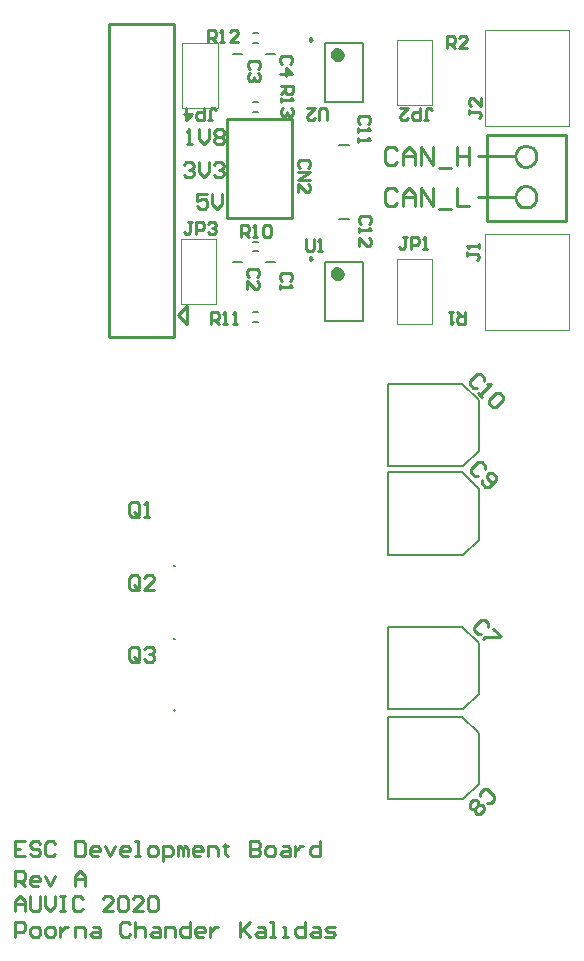
<source format=gto>
G04*
G04 #@! TF.GenerationSoftware,Altium Limited,Altium Designer,20.0.12 (288)*
G04*
G04 Layer_Color=65535*
%FSLAX25Y25*%
%MOIN*%
G70*
G01*
G75*
%ADD10C,0.01000*%
%ADD11C,0.00984*%
%ADD12C,0.02362*%
%ADD13C,0.00787*%
%ADD14C,0.00394*%
G36*
X208499Y230987D02*
X208577D01*
X208721Y231047D01*
X208832Y231158D01*
X208892Y231302D01*
Y231381D01*
Y231459D01*
X208832Y231604D01*
X208721Y231715D01*
X208577Y231774D01*
X208499D01*
X208420D01*
X208276Y231715D01*
X208165Y231604D01*
X208105Y231459D01*
Y231381D01*
Y231302D01*
X208165Y231158D01*
X208276Y231047D01*
X208420Y230987D01*
X208499D01*
D01*
D02*
G37*
G36*
Y254790D02*
X208577D01*
X208721Y254850D01*
X208832Y254961D01*
X208892Y255106D01*
Y255184D01*
Y255262D01*
X208832Y255407D01*
X208721Y255518D01*
X208577Y255578D01*
X208499D01*
X208420D01*
X208276Y255518D01*
X208165Y255407D01*
X208105Y255262D01*
Y255184D01*
Y255106D01*
X208165Y254961D01*
X208276Y254850D01*
X208420Y254790D01*
X208499D01*
D01*
D02*
G37*
G36*
Y279192D02*
X208577D01*
X208721Y279252D01*
X208832Y279363D01*
X208892Y279507D01*
Y279586D01*
Y279664D01*
X208832Y279808D01*
X208721Y279919D01*
X208577Y279979D01*
X208499D01*
X208420D01*
X208276Y279919D01*
X208165Y279808D01*
X208105Y279664D01*
Y279586D01*
Y279507D01*
X208165Y279363D01*
X208276Y279252D01*
X208420Y279192D01*
X208499D01*
D01*
D02*
G37*
D10*
X329138Y402544D02*
X328995Y403540D01*
X328577Y404456D01*
X327918Y405216D01*
X327072Y405760D01*
X326106Y406044D01*
X325100D01*
X324134Y405760D01*
X323288Y405216D01*
X322629Y404456D01*
X322211Y403540D01*
X322067Y402544D01*
X322211Y401548D01*
X322629Y400633D01*
X323288Y399872D01*
X324134Y399328D01*
X325100Y399045D01*
X326106D01*
X327072Y399328D01*
X327918Y399872D01*
X328577Y400633D01*
X328995Y401548D01*
X329138Y402544D01*
Y416044D02*
X328995Y417040D01*
X328577Y417956D01*
X327918Y418716D01*
X327072Y419260D01*
X326106Y419544D01*
X325100D01*
X324134Y419260D01*
X323288Y418716D01*
X322629Y417956D01*
X322211Y417040D01*
X322067Y416044D01*
X322211Y415048D01*
X322629Y414133D01*
X323288Y413372D01*
X324134Y412828D01*
X325100Y412545D01*
X326106D01*
X327072Y412828D01*
X327918Y413372D01*
X328577Y414133D01*
X328995Y415048D01*
X329138Y416044D01*
X309603Y402544D02*
X322103D01*
X309603Y416044D02*
X321603D01*
X312603Y423044D02*
X339103D01*
Y394544D02*
Y423044D01*
X312603Y394544D02*
X339103D01*
X312603D02*
Y423044D01*
X247851Y395544D02*
Y428544D01*
X226103D02*
X247851D01*
X229902Y395544D02*
X247851D01*
X226103Y399343D02*
Y428544D01*
Y395544D02*
X229902D01*
X226103D02*
Y399343D01*
X186855Y355944D02*
X208503D01*
X208503Y460044D02*
X208503Y355944D01*
X186855Y460044D02*
X208503D01*
X186855D02*
X186855Y355944D01*
X209603Y363144D02*
X212703Y360044D01*
X209603Y363144D02*
X212703Y366244D01*
Y360044D02*
Y366244D01*
X158832Y187859D02*
X155500D01*
Y182860D01*
X158832D01*
X155500Y185360D02*
X157166D01*
X163831Y187026D02*
X162998Y187859D01*
X161331D01*
X160498Y187026D01*
Y186193D01*
X161331Y185360D01*
X162998D01*
X163831Y184526D01*
Y183693D01*
X162998Y182860D01*
X161331D01*
X160498Y183693D01*
X168829Y187026D02*
X167996Y187859D01*
X166330D01*
X165497Y187026D01*
Y183693D01*
X166330Y182860D01*
X167996D01*
X168829Y183693D01*
X175494Y187859D02*
Y182860D01*
X177993D01*
X178826Y183693D01*
Y187026D01*
X177993Y187859D01*
X175494D01*
X182991Y182860D02*
X181325D01*
X180492Y183693D01*
Y185360D01*
X181325Y186193D01*
X182991D01*
X183824Y185360D01*
Y184526D01*
X180492D01*
X185490Y186193D02*
X187156Y182860D01*
X188822Y186193D01*
X192988Y182860D02*
X191322D01*
X190489Y183693D01*
Y185360D01*
X191322Y186193D01*
X192988D01*
X193821Y185360D01*
Y184526D01*
X190489D01*
X195487Y182860D02*
X197153D01*
X196320D01*
Y187859D01*
X195487D01*
X200485Y182860D02*
X202151D01*
X202985Y183693D01*
Y185360D01*
X202151Y186193D01*
X200485D01*
X199652Y185360D01*
Y183693D01*
X200485Y182860D01*
X204651Y181194D02*
Y186193D01*
X207150D01*
X207983Y185360D01*
Y183693D01*
X207150Y182860D01*
X204651D01*
X209649D02*
Y186193D01*
X210482D01*
X211315Y185360D01*
Y182860D01*
Y185360D01*
X212148Y186193D01*
X212981Y185360D01*
Y182860D01*
X217147D02*
X215481D01*
X214648Y183693D01*
Y185360D01*
X215481Y186193D01*
X217147D01*
X217980Y185360D01*
Y184526D01*
X214648D01*
X219646Y182860D02*
Y186193D01*
X222145D01*
X222978Y185360D01*
Y182860D01*
X225477Y187026D02*
Y186193D01*
X224644D01*
X226310D01*
X225477D01*
Y183693D01*
X226310Y182860D01*
X233808Y187859D02*
Y182860D01*
X236307D01*
X237140Y183693D01*
Y184526D01*
X236307Y185360D01*
X233808D01*
X236307D01*
X237140Y186193D01*
Y187026D01*
X236307Y187859D01*
X233808D01*
X239639Y182860D02*
X241305D01*
X242139Y183693D01*
Y185360D01*
X241305Y186193D01*
X239639D01*
X238806Y185360D01*
Y183693D01*
X239639Y182860D01*
X244638Y186193D02*
X246304D01*
X247137Y185360D01*
Y182860D01*
X244638D01*
X243805Y183693D01*
X244638Y184526D01*
X247137D01*
X248803Y186193D02*
Y182860D01*
Y184526D01*
X249636Y185360D01*
X250469Y186193D01*
X251302D01*
X257134Y187859D02*
Y182860D01*
X254634D01*
X253801Y183693D01*
Y185360D01*
X254634Y186193D01*
X257134D01*
X155500Y172796D02*
Y177795D01*
X157999D01*
X158832Y176961D01*
Y175295D01*
X157999Y174462D01*
X155500D01*
X157166D02*
X158832Y172796D01*
X162998D02*
X161331D01*
X160498Y173629D01*
Y175295D01*
X161331Y176128D01*
X162998D01*
X163831Y175295D01*
Y174462D01*
X160498D01*
X165497Y176128D02*
X167163Y172796D01*
X168829Y176128D01*
X175494Y172796D02*
Y176128D01*
X177160Y177795D01*
X178826Y176128D01*
Y172796D01*
Y175295D01*
X175494D01*
X155500Y164398D02*
Y167730D01*
X157166Y169396D01*
X158832Y167730D01*
Y164398D01*
Y166897D01*
X155500D01*
X160498Y169396D02*
Y165231D01*
X161331Y164398D01*
X162998D01*
X163831Y165231D01*
Y169396D01*
X165497D02*
Y166064D01*
X167163Y164398D01*
X168829Y166064D01*
Y169396D01*
X170495D02*
X172161D01*
X171328D01*
Y164398D01*
X170495D01*
X172161D01*
X177993Y168563D02*
X177160Y169396D01*
X175494D01*
X174661Y168563D01*
Y165231D01*
X175494Y164398D01*
X177160D01*
X177993Y165231D01*
X187989Y164398D02*
X184657D01*
X187989Y167730D01*
Y168563D01*
X187156Y169396D01*
X185490D01*
X184657Y168563D01*
X189656D02*
X190489Y169396D01*
X192155D01*
X192988Y168563D01*
Y165231D01*
X192155Y164398D01*
X190489D01*
X189656Y165231D01*
Y168563D01*
X197986Y164398D02*
X194654D01*
X197986Y167730D01*
Y168563D01*
X197153Y169396D01*
X195487D01*
X194654Y168563D01*
X199652D02*
X200485Y169396D01*
X202151D01*
X202985Y168563D01*
Y165231D01*
X202151Y164398D01*
X200485D01*
X199652Y165231D01*
Y168563D01*
X155500Y156000D02*
Y160998D01*
X157999D01*
X158832Y160165D01*
Y158499D01*
X157999Y157666D01*
X155500D01*
X161331Y156000D02*
X162998D01*
X163831Y156833D01*
Y158499D01*
X162998Y159332D01*
X161331D01*
X160498Y158499D01*
Y156833D01*
X161331Y156000D01*
X166330D02*
X167996D01*
X168829Y156833D01*
Y158499D01*
X167996Y159332D01*
X166330D01*
X165497Y158499D01*
Y156833D01*
X166330Y156000D01*
X170495Y159332D02*
Y156000D01*
Y157666D01*
X171328Y158499D01*
X172161Y159332D01*
X172994D01*
X175494Y156000D02*
Y159332D01*
X177993D01*
X178826Y158499D01*
Y156000D01*
X181325Y159332D02*
X182991D01*
X183824Y158499D01*
Y156000D01*
X181325D01*
X180492Y156833D01*
X181325Y157666D01*
X183824D01*
X193821Y160165D02*
X192988Y160998D01*
X191322D01*
X190489Y160165D01*
Y156833D01*
X191322Y156000D01*
X192988D01*
X193821Y156833D01*
X195487Y160998D02*
Y156000D01*
Y158499D01*
X196320Y159332D01*
X197986D01*
X198819Y158499D01*
Y156000D01*
X201319Y159332D02*
X202985D01*
X203818Y158499D01*
Y156000D01*
X201319D01*
X200485Y156833D01*
X201319Y157666D01*
X203818D01*
X205484Y156000D02*
Y159332D01*
X207983D01*
X208816Y158499D01*
Y156000D01*
X213814Y160998D02*
Y156000D01*
X211315D01*
X210482Y156833D01*
Y158499D01*
X211315Y159332D01*
X213814D01*
X217980Y156000D02*
X216314D01*
X215481Y156833D01*
Y158499D01*
X216314Y159332D01*
X217980D01*
X218813Y158499D01*
Y157666D01*
X215481D01*
X220479Y159332D02*
Y156000D01*
Y157666D01*
X221312Y158499D01*
X222145Y159332D01*
X222978D01*
X230476Y160998D02*
Y156000D01*
Y157666D01*
X233808Y160998D01*
X231309Y158499D01*
X233808Y156000D01*
X236307Y159332D02*
X237973D01*
X238806Y158499D01*
Y156000D01*
X236307D01*
X235474Y156833D01*
X236307Y157666D01*
X238806D01*
X240473Y156000D02*
X242139D01*
X241305D01*
Y160998D01*
X240473D01*
X244638Y156000D02*
X246304D01*
X245471D01*
Y159332D01*
X244638D01*
X252135Y160998D02*
Y156000D01*
X249636D01*
X248803Y156833D01*
Y158499D01*
X249636Y159332D01*
X252135D01*
X254634D02*
X256301D01*
X257134Y158499D01*
Y156000D01*
X254634D01*
X253801Y156833D01*
X254634Y157666D01*
X257134D01*
X258800Y156000D02*
X261299D01*
X262132Y156833D01*
X261299Y157666D01*
X259633D01*
X258800Y158499D01*
X259633Y159332D01*
X262132D01*
X282602Y404542D02*
X281602Y405542D01*
X279603D01*
X278603Y404542D01*
Y400544D01*
X279603Y399544D01*
X281602D01*
X282602Y400544D01*
X284601Y399544D02*
Y403543D01*
X286600Y405542D01*
X288600Y403543D01*
Y399544D01*
Y402543D01*
X284601D01*
X290599Y399544D02*
Y405542D01*
X294598Y399544D01*
Y405542D01*
X296597Y398544D02*
X300596D01*
X302595Y405542D02*
Y399544D01*
X306594D01*
X282602Y418042D02*
X281602Y419042D01*
X279603D01*
X278603Y418042D01*
Y414044D01*
X279603Y413044D01*
X281602D01*
X282602Y414044D01*
X284601Y413044D02*
Y417043D01*
X286600Y419042D01*
X288600Y417043D01*
Y413044D01*
Y416043D01*
X284601D01*
X290599Y413044D02*
Y419042D01*
X294598Y413044D01*
Y419042D01*
X296597Y412044D02*
X300596D01*
X302595Y419042D02*
Y413044D01*
Y416043D01*
X306594D01*
Y419042D01*
Y413044D01*
X219435Y403543D02*
X216103D01*
Y401043D01*
X217769Y401876D01*
X218602D01*
X219435Y401043D01*
Y399377D01*
X218602Y398544D01*
X216936D01*
X216103Y399377D01*
X221101Y403543D02*
Y400210D01*
X222767Y398544D01*
X224434Y400210D01*
Y403543D01*
X211603Y413209D02*
X212436Y414043D01*
X214102D01*
X214935Y413209D01*
Y412376D01*
X214102Y411543D01*
X213269D01*
X214102D01*
X214935Y410710D01*
Y409877D01*
X214102Y409044D01*
X212436D01*
X211603Y409877D01*
X216601Y414043D02*
Y410710D01*
X218267Y409044D01*
X219934Y410710D01*
Y414043D01*
X221600Y413209D02*
X222433Y414043D01*
X224099D01*
X224932Y413209D01*
Y412376D01*
X224099Y411543D01*
X223266D01*
X224099D01*
X224932Y410710D01*
Y409877D01*
X224099Y409044D01*
X222433D01*
X221600Y409877D01*
X212603Y420044D02*
X214269D01*
X213436D01*
Y425043D01*
X212603Y424209D01*
X216768Y425043D02*
Y421710D01*
X218434Y420044D01*
X220100Y421710D01*
Y425043D01*
X221767Y424209D02*
X222600Y425043D01*
X224266D01*
X225099Y424209D01*
Y423377D01*
X224266Y422543D01*
X225099Y421710D01*
Y420877D01*
X224266Y420044D01*
X222600D01*
X221767Y420877D01*
Y421710D01*
X222600Y422543D01*
X221767Y423377D01*
Y424209D01*
X222600Y422543D02*
X224266D01*
X259435Y428045D02*
Y431377D01*
X258769Y432044D01*
X257436D01*
X256769Y431377D01*
Y428045D01*
X252771Y432044D02*
X255436D01*
X252771Y429378D01*
Y428711D01*
X253437Y428045D01*
X254770D01*
X255436Y428711D01*
X273436Y393377D02*
X274102Y394043D01*
Y395376D01*
X273436Y396043D01*
X270770D01*
X270104Y395376D01*
Y394043D01*
X270770Y393377D01*
X270104Y392044D02*
Y390711D01*
Y391377D01*
X274102D01*
X273436Y392044D01*
X270104Y386046D02*
Y388712D01*
X272769Y386046D01*
X273436D01*
X274102Y386712D01*
Y388045D01*
X273436Y388712D01*
X272936Y426710D02*
X273602Y427377D01*
Y428710D01*
X272936Y429376D01*
X270270D01*
X269604Y428710D01*
Y427377D01*
X270270Y426710D01*
X269604Y425377D02*
Y424045D01*
Y424711D01*
X273602D01*
X272936Y425377D01*
X269604Y422045D02*
Y420712D01*
Y421379D01*
X273602D01*
X272936Y422045D01*
X244104Y439543D02*
X248102D01*
Y437543D01*
X247436Y436877D01*
X246103D01*
X245437Y437543D01*
Y439543D01*
Y438210D02*
X244104Y436877D01*
Y435544D02*
Y434211D01*
Y434877D01*
X248102D01*
X247436Y435544D01*
Y432212D02*
X248102Y431545D01*
Y430212D01*
X247436Y429546D01*
X246769D01*
X246103Y430212D01*
Y430879D01*
Y430212D01*
X245437Y429546D01*
X244770D01*
X244104Y430212D01*
Y431545D01*
X244770Y432212D01*
X219605Y454045D02*
Y458044D01*
X221604D01*
X222270Y457377D01*
Y456044D01*
X221604Y455378D01*
X219605D01*
X220937D02*
X222270Y454045D01*
X223603D02*
X224936D01*
X224270D01*
Y458044D01*
X223603Y457377D01*
X229601Y454045D02*
X226936D01*
X229601Y456711D01*
Y457377D01*
X228935Y458044D01*
X227602D01*
X226936Y457377D01*
X220771Y360045D02*
Y364044D01*
X222770D01*
X223437Y363377D01*
Y362044D01*
X222770Y361378D01*
X220771D01*
X222104D02*
X223437Y360045D01*
X224770D02*
X226103D01*
X225436D01*
Y364044D01*
X224770Y363377D01*
X228102Y360045D02*
X229435D01*
X228768D01*
Y364044D01*
X228102Y363377D01*
X230605Y389045D02*
Y393044D01*
X232604D01*
X233270Y392377D01*
Y391044D01*
X232604Y390378D01*
X230605D01*
X231938D02*
X233270Y389045D01*
X234603D02*
X235936D01*
X235270D01*
Y393044D01*
X234603Y392377D01*
X237935D02*
X238602Y393044D01*
X239935D01*
X240601Y392377D01*
Y389711D01*
X239935Y389045D01*
X238602D01*
X237935Y389711D01*
Y392377D01*
X196732Y296733D02*
Y300065D01*
X195899Y300898D01*
X194233D01*
X193400Y300065D01*
Y296733D01*
X194233Y295900D01*
X195899D01*
X195066Y297566D02*
X196732Y295900D01*
X195899D02*
X196732Y296733D01*
X198398Y295900D02*
X200064D01*
X199231D01*
Y300898D01*
X198398Y300065D01*
X252437Y388544D02*
Y385211D01*
X253104Y384545D01*
X254436D01*
X255103Y385211D01*
Y388544D01*
X256436Y384545D02*
X257769D01*
X257102D01*
Y388544D01*
X256436Y387877D01*
X299271Y452045D02*
Y456044D01*
X301270D01*
X301937Y455377D01*
Y454044D01*
X301270Y453378D01*
X299271D01*
X300604D02*
X301937Y452045D01*
X305935D02*
X303269D01*
X305935Y454711D01*
Y455377D01*
X305269Y456044D01*
X303936D01*
X303269Y455377D01*
X305269Y364044D02*
Y360045D01*
X303269D01*
X302603Y360711D01*
Y362044D01*
X303269Y362711D01*
X305269D01*
X303936D02*
X302603Y364044D01*
X301270D02*
X299937D01*
X300604D01*
Y360045D01*
X301270Y360711D01*
X196732Y248533D02*
Y251865D01*
X195899Y252698D01*
X194233D01*
X193400Y251865D01*
Y248533D01*
X194233Y247700D01*
X195899D01*
X195066Y249366D02*
X196732Y247700D01*
X195899D02*
X196732Y248533D01*
X198398Y251865D02*
X199231Y252698D01*
X200898D01*
X201731Y251865D01*
Y251032D01*
X200898Y250199D01*
X200064D01*
X200898D01*
X201731Y249366D01*
Y248533D01*
X200898Y247700D01*
X199231D01*
X198398Y248533D01*
X196732Y272333D02*
Y275665D01*
X195899Y276498D01*
X194233D01*
X193400Y275665D01*
Y272333D01*
X194233Y271500D01*
X195899D01*
X195066Y273166D02*
X196732Y271500D01*
X195899D02*
X196732Y272333D01*
X201731Y271500D02*
X198398D01*
X201731Y274832D01*
Y275665D01*
X200898Y276498D01*
X199231D01*
X198398Y275665D01*
X219769Y428045D02*
X221102D01*
X220435D01*
Y431377D01*
X221102Y432044D01*
X221768D01*
X222435Y431377D01*
X218436Y432044D02*
Y428045D01*
X216437D01*
X215770Y428711D01*
Y430044D01*
X216437Y430711D01*
X218436D01*
X212438Y432044D02*
Y428045D01*
X214437Y430044D01*
X211771D01*
X214437Y394044D02*
X213104D01*
X213771D01*
Y390711D01*
X213104Y390045D01*
X212438D01*
X211771Y390711D01*
X215770Y390045D02*
Y394044D01*
X217769D01*
X218436Y393377D01*
Y392044D01*
X217769Y391378D01*
X215770D01*
X219769Y393377D02*
X220435Y394044D01*
X221768D01*
X222435Y393377D01*
Y392711D01*
X221768Y392044D01*
X221102D01*
X221768D01*
X222435Y391378D01*
Y390711D01*
X221768Y390045D01*
X220435D01*
X219769Y390711D01*
X291769Y428045D02*
X293102D01*
X292435D01*
Y431377D01*
X293102Y432044D01*
X293768D01*
X294435Y431377D01*
X290436Y432044D02*
Y428045D01*
X288437D01*
X287770Y428711D01*
Y430044D01*
X288437Y430711D01*
X290436D01*
X283771Y432044D02*
X286437D01*
X283771Y429378D01*
Y428711D01*
X284438Y428045D01*
X285771D01*
X286437Y428711D01*
X286169Y389143D02*
X284836D01*
X285502D01*
Y385811D01*
X284836Y385144D01*
X284169D01*
X283503Y385811D01*
X287502Y385144D02*
Y389143D01*
X289501D01*
X290167Y388476D01*
Y387144D01*
X289501Y386477D01*
X287502D01*
X291500Y385144D02*
X292833D01*
X292167D01*
Y389143D01*
X291500Y388476D01*
X306604Y431378D02*
Y430045D01*
Y430711D01*
X309936D01*
X310602Y430045D01*
Y429378D01*
X309936Y428712D01*
X310602Y435377D02*
Y432711D01*
X307937Y435377D01*
X307270D01*
X306604Y434710D01*
Y433377D01*
X307270Y432711D01*
X306104Y384044D02*
Y382711D01*
Y383378D01*
X309436D01*
X310102Y382711D01*
Y382045D01*
X309436Y381378D01*
X310102Y385377D02*
Y386710D01*
Y386044D01*
X306104D01*
X306770Y385377D01*
X252936Y412210D02*
X253602Y412877D01*
Y414209D01*
X252936Y414876D01*
X250270D01*
X249604Y414209D01*
Y412877D01*
X250270Y412210D01*
X249604Y410877D02*
X253602D01*
X249604Y408211D01*
X253602D01*
X249604Y404213D02*
Y406878D01*
X252269Y404213D01*
X252936D01*
X253602Y404879D01*
Y406212D01*
X252936Y406878D01*
X311616Y341240D02*
X311616Y342418D01*
X310438Y343596D01*
X309260D01*
X306904Y341240D01*
Y340062D01*
X308082Y338884D01*
X309260Y338884D01*
X309849Y337116D02*
X311027Y335938D01*
X310438Y336527D01*
X313973Y340062D01*
X312794D01*
X315740Y337116D02*
X316918D01*
X318096Y335938D01*
Y334760D01*
X315740Y332404D01*
X314562Y332404D01*
X313384Y333582D01*
Y334760D01*
X315740Y337116D01*
X312089Y311767D02*
X312089Y312945D01*
X310911Y314124D01*
X309733D01*
X307377Y311767D01*
Y310589D01*
X308555Y309411D01*
X309733Y309411D01*
X310911Y308233D02*
Y307055D01*
X312089Y305876D01*
X313267Y305876D01*
X315623Y308233D01*
X315623Y309411D01*
X314445Y310589D01*
X313267D01*
X312678Y310000D01*
X312678Y308822D01*
X314445Y307055D01*
X312767Y200411D02*
X313945Y200411D01*
X315123Y201589D01*
Y202767D01*
X312767Y205123D01*
X311589D01*
X310411Y203945D01*
X310411Y202767D01*
X311589Y199233D02*
Y198055D01*
X310411Y196877D01*
X309233Y196877D01*
X308644Y197466D01*
Y198644D01*
X307466D01*
X306876Y199233D01*
X306876Y200411D01*
X308055Y201589D01*
X309233D01*
X309822Y201000D01*
Y199822D01*
X311000Y199822D01*
X311589Y199233D01*
X309822Y199822D02*
X308644Y198644D01*
X313089Y259267D02*
X313089Y260445D01*
X311911Y261624D01*
X310733D01*
X308377Y259267D01*
Y258089D01*
X309555Y256911D01*
X310733Y256911D01*
X314856Y258678D02*
X317213Y256322D01*
X316623Y255733D01*
X311911D01*
X311322Y255144D01*
X246936Y446711D02*
X247602Y447377D01*
Y448710D01*
X246936Y449376D01*
X244270D01*
X243604Y448710D01*
Y447377D01*
X244270Y446711D01*
X243604Y443378D02*
X247602D01*
X245603Y445378D01*
Y442712D01*
X236436Y445211D02*
X237102Y445877D01*
Y447210D01*
X236436Y447877D01*
X233770D01*
X233104Y447210D01*
Y445877D01*
X233770Y445211D01*
X236436Y443878D02*
X237102Y443211D01*
Y441878D01*
X236436Y441212D01*
X235769D01*
X235103Y441878D01*
Y442545D01*
Y441878D01*
X234436Y441212D01*
X233770D01*
X233104Y441878D01*
Y443211D01*
X233770Y443878D01*
X235936Y375711D02*
X236602Y376377D01*
Y377710D01*
X235936Y378377D01*
X233270D01*
X232604Y377710D01*
Y376377D01*
X233270Y375711D01*
X232604Y371712D02*
Y374378D01*
X235269Y371712D01*
X235936D01*
X236602Y372378D01*
Y373711D01*
X235936Y374378D01*
X246936Y374544D02*
X247602Y375211D01*
Y376544D01*
X246936Y377210D01*
X244270D01*
X243604Y376544D01*
Y375211D01*
X244270Y374544D01*
X243604Y373211D02*
Y371878D01*
Y372545D01*
X247602D01*
X246936Y373211D01*
D11*
X254473Y381989D02*
X253735Y382415D01*
Y381563D01*
X254473Y381989D01*
Y454989D02*
X253735Y455415D01*
Y454563D01*
X254473Y454989D01*
D12*
X263922Y376950D02*
X263477Y377873D01*
X262478Y378101D01*
X261677Y377462D01*
Y376437D01*
X262478Y375798D01*
X263477Y376026D01*
X263922Y376950D01*
Y449950D02*
X263477Y450873D01*
X262478Y451101D01*
X261677Y450462D01*
Y449437D01*
X262478Y448798D01*
X263477Y449026D01*
X263922Y449950D01*
D13*
X279646Y201720D02*
Y217075D01*
Y229279D01*
Y201720D02*
X304842D01*
X309961Y206839D01*
Y223768D01*
X279646Y229279D02*
X304449D01*
X309961Y223768D01*
X279646Y231720D02*
Y247075D01*
Y259279D01*
Y231720D02*
X304842D01*
X309961Y236839D01*
Y253768D01*
X279646Y259279D02*
X304449D01*
X309961Y253768D01*
X279646Y283221D02*
Y298575D01*
Y310780D01*
Y283221D02*
X304842D01*
X309961Y288339D01*
Y305268D01*
X279646Y310780D02*
X304449D01*
X309961Y305268D01*
X279646Y312720D02*
Y328075D01*
Y340280D01*
Y312720D02*
X304842D01*
X309961Y317839D01*
Y334768D01*
X279646Y340280D02*
X304449D01*
X309961Y334768D01*
X234816Y384469D02*
X236390D01*
X234816Y387619D02*
X236390D01*
X239028Y380843D02*
X242178D01*
X228028D02*
X231178D01*
X234816Y360969D02*
X236390D01*
X234816Y364119D02*
X236390D01*
X263528Y395343D02*
X266678D01*
X258804Y361202D02*
Y380887D01*
X271402Y361202D02*
Y380887D01*
X258804D02*
X271402D01*
X258804Y361202D02*
X271402D01*
X258804Y434202D02*
Y453887D01*
X271402Y434202D02*
Y453887D01*
X258804D02*
X271402D01*
X258804Y434202D02*
X271402D01*
X263528Y419745D02*
X266678D01*
X234816Y453969D02*
X236390D01*
X234816Y457119D02*
X236390D01*
X239028Y450343D02*
X242178D01*
X228028D02*
X231178D01*
X234816Y430969D02*
X236390D01*
X234816Y434119D02*
X236390D01*
D14*
X312103Y390044D02*
X328442D01*
X312103Y358044D02*
Y390044D01*
Y358044D02*
X340103D01*
Y390044D01*
X328442D02*
X340103D01*
X312103Y458044D02*
X328442D01*
X312103Y426044D02*
Y458044D01*
Y426044D02*
X340103D01*
Y458044D01*
X328442D02*
X340103D01*
X282697Y433296D02*
X289489Y433296D01*
X282697Y433296D02*
Y454950D01*
X294509D01*
Y433296D02*
Y454950D01*
X289489Y433296D02*
X294509Y433296D01*
X210697Y366796D02*
X217489D01*
X210697D02*
X210697Y388450D01*
X222509D01*
X222509Y366796D01*
X217489D02*
X222509D01*
X211197Y432296D02*
X217989D01*
X211197D02*
X211197Y453950D01*
X223008D01*
X223008Y432296D01*
X217989D02*
X223008D01*
X289489Y360296D02*
X294509D01*
X294509Y381950D02*
X294509Y360296D01*
X282697Y381950D02*
X294509D01*
X282697Y360296D02*
X282697Y381950D01*
X282697Y360296D02*
X289489D01*
M02*

</source>
